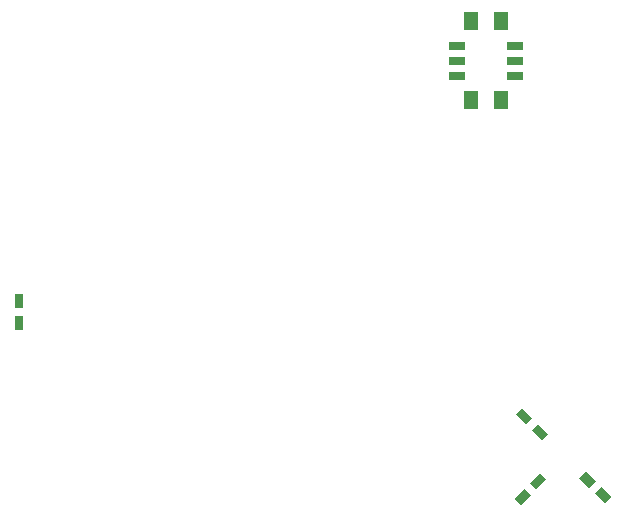
<source format=gbr>
G04 #@! TF.FileFunction,Paste,Bot*
%FSLAX46Y46*%
G04 Gerber Fmt 4.6, Leading zero omitted, Abs format (unit mm)*
G04 Created by KiCad (PCBNEW 4.0.6) date 11/10/17 17:18:38*
%MOMM*%
%LPD*%
G01*
G04 APERTURE LIST*
%ADD10C,0.100000*%
%ADD11R,1.280000X1.524000*%
%ADD12R,1.400000X0.780000*%
%ADD13R,0.750000X1.200000*%
G04 APERTURE END LIST*
D10*
D11*
X134490000Y-63780000D03*
X137030000Y-63780000D03*
X134490000Y-70480000D03*
X137030000Y-70480000D03*
D12*
X138200000Y-65860000D03*
X138200000Y-67130000D03*
X138200000Y-68400000D03*
X133320000Y-68400000D03*
X133320000Y-67130000D03*
X133320000Y-65860000D03*
D10*
G36*
X138667047Y-104743184D02*
X138136717Y-104212854D01*
X138985245Y-103364326D01*
X139515575Y-103894656D01*
X138667047Y-104743184D01*
X138667047Y-104743184D01*
G37*
G36*
X140010549Y-103399682D02*
X139480219Y-102869352D01*
X140328747Y-102020824D01*
X140859077Y-102551154D01*
X140010549Y-103399682D01*
X140010549Y-103399682D01*
G37*
G36*
X146374510Y-104071433D02*
X145844180Y-104601763D01*
X144995652Y-103753235D01*
X145525982Y-103222905D01*
X146374510Y-104071433D01*
X146374510Y-104071433D01*
G37*
G36*
X145031008Y-102727931D02*
X144500678Y-103258261D01*
X143652150Y-102409733D01*
X144182480Y-101879403D01*
X145031008Y-102727931D01*
X145031008Y-102727931D01*
G37*
G36*
X138278138Y-97035721D02*
X138808468Y-96505391D01*
X139656996Y-97353919D01*
X139126666Y-97884249D01*
X138278138Y-97035721D01*
X138278138Y-97035721D01*
G37*
G36*
X139621640Y-98379223D02*
X140151970Y-97848893D01*
X141000498Y-98697421D01*
X140470168Y-99227751D01*
X139621640Y-98379223D01*
X139621640Y-98379223D01*
G37*
D13*
X96230000Y-87450000D03*
X96230000Y-89350000D03*
M02*

</source>
